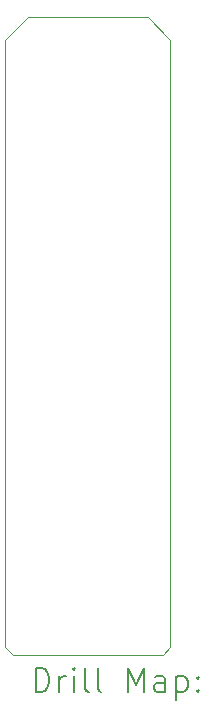
<source format=gbr>
%TF.GenerationSoftware,KiCad,Pcbnew,9.0.0*%
%TF.CreationDate,2025-04-09T23:47:23-07:00*%
%TF.ProjectId,RP2350_60QFN_minimal,52503233-3530-45f3-9630-51464e5f6d69,rev?*%
%TF.SameCoordinates,Original*%
%TF.FileFunction,Drillmap*%
%TF.FilePolarity,Positive*%
%FSLAX45Y45*%
G04 Gerber Fmt 4.5, Leading zero omitted, Abs format (unit mm)*
G04 Created by KiCad (PCBNEW 9.0.0) date 2025-04-09 23:47:23*
%MOMM*%
%LPD*%
G01*
G04 APERTURE LIST*
%ADD10C,0.050000*%
%ADD11C,0.200000*%
G04 APERTURE END LIST*
D10*
X2984500Y-1905000D02*
X2984500Y-7048500D01*
X2921000Y-7112000D01*
X1651000Y-7112000D01*
X1587500Y-7048500D01*
X1587500Y-1905000D01*
X1778000Y-1714500D01*
X2794000Y-1714500D01*
X2984500Y-1905000D01*
D11*
X1845777Y-7425984D02*
X1845777Y-7225984D01*
X1845777Y-7225984D02*
X1893396Y-7225984D01*
X1893396Y-7225984D02*
X1921967Y-7235508D01*
X1921967Y-7235508D02*
X1941015Y-7254555D01*
X1941015Y-7254555D02*
X1950539Y-7273603D01*
X1950539Y-7273603D02*
X1960062Y-7311698D01*
X1960062Y-7311698D02*
X1960062Y-7340269D01*
X1960062Y-7340269D02*
X1950539Y-7378365D01*
X1950539Y-7378365D02*
X1941015Y-7397412D01*
X1941015Y-7397412D02*
X1921967Y-7416460D01*
X1921967Y-7416460D02*
X1893396Y-7425984D01*
X1893396Y-7425984D02*
X1845777Y-7425984D01*
X2045777Y-7425984D02*
X2045777Y-7292650D01*
X2045777Y-7330746D02*
X2055301Y-7311698D01*
X2055301Y-7311698D02*
X2064824Y-7302174D01*
X2064824Y-7302174D02*
X2083872Y-7292650D01*
X2083872Y-7292650D02*
X2102920Y-7292650D01*
X2169586Y-7425984D02*
X2169586Y-7292650D01*
X2169586Y-7225984D02*
X2160063Y-7235508D01*
X2160063Y-7235508D02*
X2169586Y-7245031D01*
X2169586Y-7245031D02*
X2179110Y-7235508D01*
X2179110Y-7235508D02*
X2169586Y-7225984D01*
X2169586Y-7225984D02*
X2169586Y-7245031D01*
X2293396Y-7425984D02*
X2274348Y-7416460D01*
X2274348Y-7416460D02*
X2264824Y-7397412D01*
X2264824Y-7397412D02*
X2264824Y-7225984D01*
X2398158Y-7425984D02*
X2379110Y-7416460D01*
X2379110Y-7416460D02*
X2369586Y-7397412D01*
X2369586Y-7397412D02*
X2369586Y-7225984D01*
X2626729Y-7425984D02*
X2626729Y-7225984D01*
X2626729Y-7225984D02*
X2693396Y-7368841D01*
X2693396Y-7368841D02*
X2760063Y-7225984D01*
X2760063Y-7225984D02*
X2760063Y-7425984D01*
X2941015Y-7425984D02*
X2941015Y-7321222D01*
X2941015Y-7321222D02*
X2931491Y-7302174D01*
X2931491Y-7302174D02*
X2912443Y-7292650D01*
X2912443Y-7292650D02*
X2874348Y-7292650D01*
X2874348Y-7292650D02*
X2855301Y-7302174D01*
X2941015Y-7416460D02*
X2921967Y-7425984D01*
X2921967Y-7425984D02*
X2874348Y-7425984D01*
X2874348Y-7425984D02*
X2855301Y-7416460D01*
X2855301Y-7416460D02*
X2845777Y-7397412D01*
X2845777Y-7397412D02*
X2845777Y-7378365D01*
X2845777Y-7378365D02*
X2855301Y-7359317D01*
X2855301Y-7359317D02*
X2874348Y-7349793D01*
X2874348Y-7349793D02*
X2921967Y-7349793D01*
X2921967Y-7349793D02*
X2941015Y-7340269D01*
X3036253Y-7292650D02*
X3036253Y-7492650D01*
X3036253Y-7302174D02*
X3055301Y-7292650D01*
X3055301Y-7292650D02*
X3093396Y-7292650D01*
X3093396Y-7292650D02*
X3112443Y-7302174D01*
X3112443Y-7302174D02*
X3121967Y-7311698D01*
X3121967Y-7311698D02*
X3131491Y-7330746D01*
X3131491Y-7330746D02*
X3131491Y-7387888D01*
X3131491Y-7387888D02*
X3121967Y-7406936D01*
X3121967Y-7406936D02*
X3112443Y-7416460D01*
X3112443Y-7416460D02*
X3093396Y-7425984D01*
X3093396Y-7425984D02*
X3055301Y-7425984D01*
X3055301Y-7425984D02*
X3036253Y-7416460D01*
X3217205Y-7406936D02*
X3226729Y-7416460D01*
X3226729Y-7416460D02*
X3217205Y-7425984D01*
X3217205Y-7425984D02*
X3207682Y-7416460D01*
X3207682Y-7416460D02*
X3217205Y-7406936D01*
X3217205Y-7406936D02*
X3217205Y-7425984D01*
X3217205Y-7302174D02*
X3226729Y-7311698D01*
X3226729Y-7311698D02*
X3217205Y-7321222D01*
X3217205Y-7321222D02*
X3207682Y-7311698D01*
X3207682Y-7311698D02*
X3217205Y-7302174D01*
X3217205Y-7302174D02*
X3217205Y-7321222D01*
M02*

</source>
